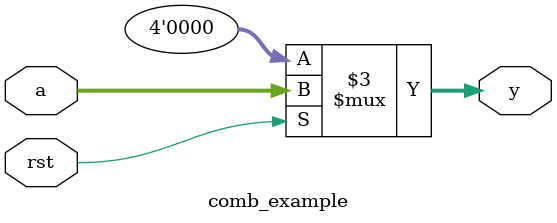
<source format=sv>
module comb_example(
  input logic [3:0]a,
  input logic rst,
  output logic [3:0]y);
  
  always_comb begin
    if(rst)
      y=a;
    else
      y=0;
  end
endmodule

  
    
  

</source>
